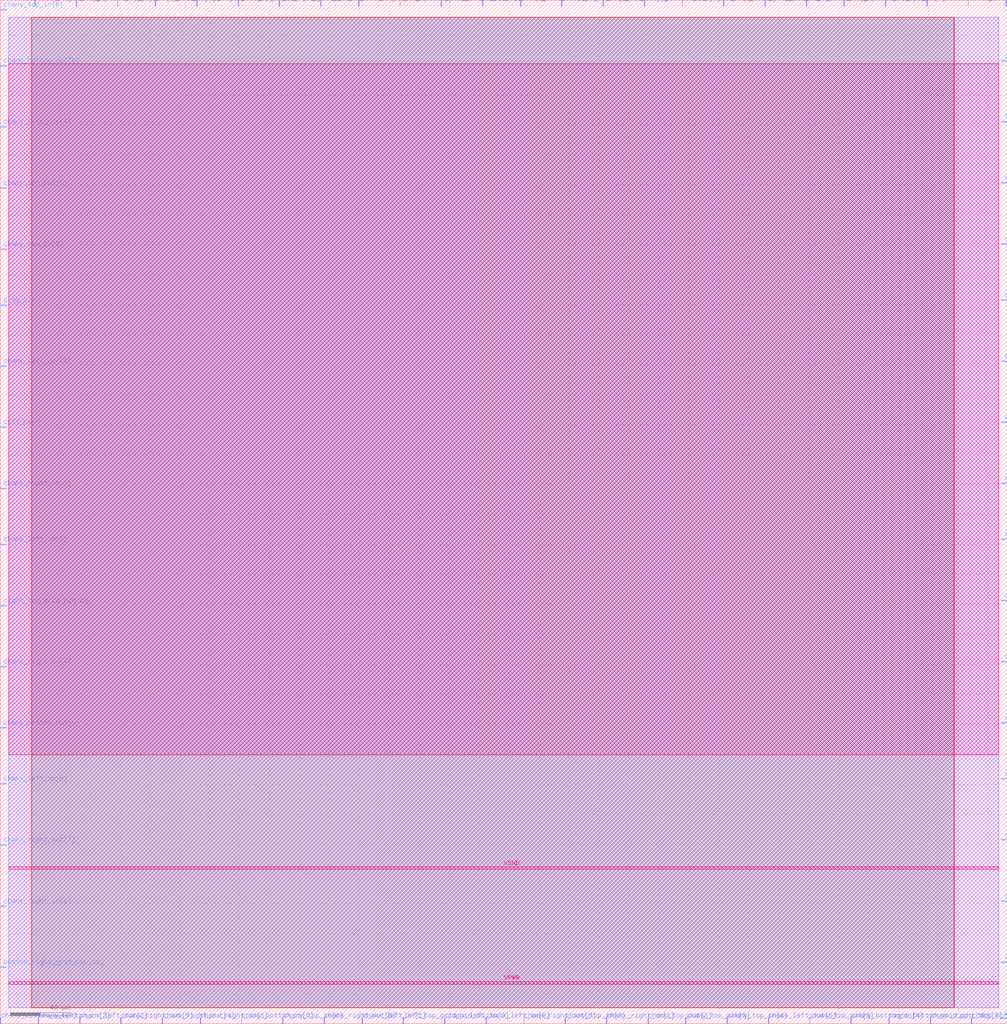
<source format=lef>
VERSION 5.7 ;
  NOWIREEXTENSIONATPIN ON ;
  DIVIDERCHAR "/" ;
  BUSBITCHARS "[]" ;
MACRO sb_1__1_
  CLASS BLOCK ;
  FOREIGN sb_1__1_ ;
  ORIGIN 0.000 0.000 ;
  SIZE 672.585 BY 683.305 ;
  PIN bottom_left_grid_pin_13_
    DIRECTION INPUT ;
    PORT
      LAYER met2 ;
        RECT 483.090 679.305 483.370 683.305 ;
    END
  END bottom_left_grid_pin_13_
  PIN bottom_right_grid_pin_11_
    DIRECTION INPUT ;
    PORT
      LAYER met3 ;
        RECT 0.000 37.440 4.000 38.040 ;
    END
  END bottom_right_grid_pin_11_
  PIN ccff_head
    DIRECTION INPUT ;
    PORT
      LAYER met3 ;
        RECT 0.000 397.840 4.000 398.440 ;
    END
  END ccff_head
  PIN ccff_tail
    DIRECTION OUTPUT TRISTATE ;
    PORT
      LAYER met2 ;
        RECT 213.990 679.305 214.270 683.305 ;
    END
  END ccff_tail
  PIN chanx_left_in[0]
    DIRECTION INPUT ;
    PORT
      LAYER met3 ;
        RECT 668.585 360.440 672.585 361.040 ;
    END
  END chanx_left_in[0]
  PIN chanx_left_in[1]
    DIRECTION INPUT ;
    PORT
      LAYER met2 ;
        RECT 241.590 0.000 241.870 4.000 ;
    END
  END chanx_left_in[1]
  PIN chanx_left_in[2]
    DIRECTION INPUT ;
    PORT
      LAYER met2 ;
        RECT 296.790 0.000 297.070 4.000 ;
    END
  END chanx_left_in[2]
  PIN chanx_left_in[3]
    DIRECTION INPUT ;
    PORT
      LAYER met3 ;
        RECT 668.585 442.040 672.585 442.640 ;
    END
  END chanx_left_in[3]
  PIN chanx_left_in[4]
    DIRECTION INPUT ;
    PORT
      LAYER met2 ;
        RECT 510.690 679.305 510.970 683.305 ;
    END
  END chanx_left_in[4]
  PIN chanx_left_in[5]
    DIRECTION INPUT ;
    PORT
      LAYER met3 ;
        RECT 0.000 319.640 4.000 320.240 ;
    END
  END chanx_left_in[5]
  PIN chanx_left_in[6]
    DIRECTION INPUT ;
    PORT
      LAYER met3 ;
        RECT 0.000 159.840 4.000 160.440 ;
    END
  END chanx_left_in[6]
  PIN chanx_left_in[7]
    DIRECTION INPUT ;
    PORT
      LAYER met2 ;
        RECT 646.390 679.305 646.670 683.305 ;
    END
  END chanx_left_in[7]
  PIN chanx_left_in[8]
    DIRECTION INPUT ;
    PORT
      LAYER met2 ;
        RECT 324.390 0.000 324.670 4.000 ;
    END
  END chanx_left_in[8]
  PIN chanx_left_out[0]
    DIRECTION OUTPUT TRISTATE ;
    PORT
      LAYER met2 ;
        RECT 347.390 679.305 347.670 683.305 ;
    END
  END chanx_left_out[0]
  PIN chanx_left_out[1]
    DIRECTION OUTPUT TRISTATE ;
    PORT
      LAYER met3 ;
        RECT 668.585 323.040 672.585 323.640 ;
    END
  END chanx_left_out[1]
  PIN chanx_left_out[2]
    DIRECTION OUTPUT TRISTATE ;
    PORT
      LAYER met2 ;
        RECT 52.990 0.000 53.270 4.000 ;
    END
  END chanx_left_out[2]
  PIN chanx_left_out[3]
    DIRECTION OUTPUT TRISTATE ;
    PORT
      LAYER met3 ;
        RECT 0.000 438.640 4.000 439.240 ;
    END
  END chanx_left_out[3]
  PIN chanx_left_out[4]
    DIRECTION OUTPUT TRISTATE ;
    PORT
      LAYER met2 ;
        RECT 538.290 679.305 538.570 683.305 ;
    END
  END chanx_left_out[4]
  PIN chanx_left_out[5]
    DIRECTION OUTPUT TRISTATE ;
    PORT
      LAYER met2 ;
        RECT 512.990 0.000 513.270 4.000 ;
    END
  END chanx_left_out[5]
  PIN chanx_left_out[6]
    DIRECTION OUTPUT TRISTATE ;
    PORT
      LAYER met3 ;
        RECT 668.585 3.440 672.585 4.040 ;
    END
  END chanx_left_out[6]
  PIN chanx_left_out[7]
    DIRECTION OUTPUT TRISTATE ;
    PORT
      LAYER met3 ;
        RECT 0.000 598.440 4.000 599.040 ;
    END
  END chanx_left_out[7]
  PIN chanx_left_out[8]
    DIRECTION OUTPUT TRISTATE ;
    PORT
      LAYER met3 ;
        RECT 668.585 561.040 672.585 561.640 ;
    END
  END chanx_left_out[8]
  PIN chanx_right_in[0]
    DIRECTION INPUT ;
    PORT
      LAYER met2 ;
        RECT 374.990 679.305 375.270 683.305 ;
    END
  END chanx_right_in[0]
  PIN chanx_right_in[1]
    DIRECTION INPUT ;
    PORT
      LAYER met2 ;
        RECT 404.890 0.000 405.170 4.000 ;
    END
  END chanx_right_in[1]
  PIN chanx_right_in[2]
    DIRECTION INPUT ;
    PORT
      LAYER met3 ;
        RECT 0.000 357.040 4.000 357.640 ;
    END
  END chanx_right_in[2]
  PIN chanx_right_in[3]
    DIRECTION INPUT ;
    PORT
      LAYER met2 ;
        RECT 133.490 0.000 133.770 4.000 ;
    END
  END chanx_right_in[3]
  PIN chanx_right_in[4]
    DIRECTION INPUT ;
    PORT
      LAYER met3 ;
        RECT 668.585 482.840 672.585 483.440 ;
    END
  END chanx_right_in[4]
  PIN chanx_right_in[5]
    DIRECTION INPUT ;
    PORT
      LAYER met2 ;
        RECT 158.790 679.305 159.070 683.305 ;
    END
  END chanx_right_in[5]
  PIN chanx_right_in[6]
    DIRECTION INPUT ;
    PORT
      LAYER met3 ;
        RECT 0.000 78.240 4.000 78.840 ;
    END
  END chanx_right_in[6]
  PIN chanx_right_in[7]
    DIRECTION INPUT ;
    PORT
      LAYER met3 ;
        RECT 0.000 238.040 4.000 238.640 ;
    END
  END chanx_right_in[7]
  PIN chanx_right_in[8]
    DIRECTION INPUT ;
    PORT
      LAYER met2 ;
        RECT 239.290 679.305 239.570 683.305 ;
    END
  END chanx_right_in[8]
  PIN chanx_right_out[0]
    DIRECTION OUTPUT TRISTATE ;
    PORT
      LAYER met2 ;
        RECT 621.090 0.000 621.370 4.000 ;
    END
  END chanx_right_out[0]
  PIN chanx_right_out[1]
    DIRECTION OUTPUT TRISTATE ;
    PORT
      LAYER met2 ;
        RECT 23.090 679.305 23.370 683.305 ;
    END
  END chanx_right_out[1]
  PIN chanx_right_out[2]
    DIRECTION OUTPUT TRISTATE ;
    PORT
      LAYER met3 ;
        RECT 668.585 40.840 672.585 41.440 ;
    END
  END chanx_right_out[2]
  PIN chanx_right_out[3]
    DIRECTION OUTPUT TRISTATE ;
    PORT
      LAYER met2 ;
        RECT 131.190 679.305 131.470 683.305 ;
    END
  END chanx_right_out[3]
  PIN chanx_right_out[4]
    DIRECTION OUTPUT TRISTATE ;
    PORT
      LAYER met2 ;
        RECT 108.190 0.000 108.470 4.000 ;
    END
  END chanx_right_out[4]
  PIN chanx_right_out[5]
    DIRECTION OUTPUT TRISTATE ;
    PORT
      LAYER met2 ;
        RECT 80.590 0.000 80.870 4.000 ;
    END
  END chanx_right_out[5]
  PIN chanx_right_out[6]
    DIRECTION OUTPUT TRISTATE ;
    PORT
      LAYER met2 ;
        RECT 349.690 0.000 349.970 4.000 ;
    END
  END chanx_right_out[6]
  PIN chanx_right_out[7]
    DIRECTION OUTPUT TRISTATE ;
    PORT
      LAYER met3 ;
        RECT 0.000 119.040 4.000 119.640 ;
    END
  END chanx_right_out[7]
  PIN chanx_right_out[8]
    DIRECTION OUTPUT TRISTATE ;
    PORT
      LAYER met2 ;
        RECT 216.290 0.000 216.570 4.000 ;
    END
  END chanx_right_out[8]
  PIN chany_bottom_in[0]
    DIRECTION INPUT ;
    PORT
      LAYER met2 ;
        RECT 161.090 0.000 161.370 4.000 ;
    END
  END chany_bottom_in[0]
  PIN chany_bottom_in[1]
    DIRECTION INPUT ;
    PORT
      LAYER met2 ;
        RECT 563.590 679.305 563.870 683.305 ;
    END
  END chany_bottom_in[1]
  PIN chany_bottom_in[2]
    DIRECTION INPUT ;
    PORT
      LAYER met2 ;
        RECT 25.390 0.000 25.670 4.000 ;
    END
  END chany_bottom_in[2]
  PIN chany_bottom_in[3]
    DIRECTION INPUT ;
    PORT
      LAYER met3 ;
        RECT 668.585 282.240 672.585 282.840 ;
    END
  END chany_bottom_in[3]
  PIN chany_bottom_in[4]
    DIRECTION INPUT ;
    PORT
      LAYER met2 ;
        RECT 568.190 0.000 568.470 4.000 ;
    END
  END chany_bottom_in[4]
  PIN chany_bottom_in[5]
    DIRECTION INPUT ;
    PORT
      LAYER met2 ;
        RECT 455.490 679.305 455.770 683.305 ;
    END
  END chany_bottom_in[5]
  PIN chany_bottom_in[6]
    DIRECTION INPUT ;
    PORT
      LAYER met3 ;
        RECT 668.585 520.240 672.585 520.840 ;
    END
  END chany_bottom_in[6]
  PIN chany_bottom_in[7]
    DIRECTION INPUT ;
    PORT
      LAYER met3 ;
        RECT 668.585 241.440 672.585 242.040 ;
    END
  END chany_bottom_in[7]
  PIN chany_bottom_in[8]
    DIRECTION INPUT ;
    PORT
      LAYER met2 ;
        RECT 648.690 0.000 648.970 4.000 ;
    END
  END chany_bottom_in[8]
  PIN chany_bottom_out[0]
    DIRECTION OUTPUT TRISTATE ;
    PORT
      LAYER met3 ;
        RECT 0.000 197.240 4.000 197.840 ;
    END
  END chany_bottom_out[0]
  PIN chany_bottom_out[1]
    DIRECTION OUTPUT TRISTATE ;
    PORT
      LAYER met2 ;
        RECT 294.490 679.305 294.770 683.305 ;
    END
  END chany_bottom_out[1]
  PIN chany_bottom_out[2]
    DIRECTION OUTPUT TRISTATE ;
    PORT
      LAYER met3 ;
        RECT 668.585 200.640 672.585 201.240 ;
    END
  END chany_bottom_out[2]
  PIN chany_bottom_out[3]
    DIRECTION OUTPUT TRISTATE ;
    PORT
      LAYER met3 ;
        RECT 668.585 163.240 672.585 163.840 ;
    END
  END chany_bottom_out[3]
  PIN chany_bottom_out[4]
    DIRECTION OUTPUT TRISTATE ;
    PORT
      LAYER met2 ;
        RECT 430.190 679.305 430.470 683.305 ;
    END
  END chany_bottom_out[4]
  PIN chany_bottom_out[5]
    DIRECTION OUTPUT TRISTATE ;
    PORT
      LAYER met3 ;
        RECT 668.585 642.640 672.585 643.240 ;
    END
  END chany_bottom_out[5]
  PIN chany_bottom_out[6]
    DIRECTION OUTPUT TRISTATE ;
    PORT
      LAYER met3 ;
        RECT 0.000 639.240 4.000 639.840 ;
    END
  END chany_bottom_out[6]
  PIN chany_bottom_out[7]
    DIRECTION OUTPUT TRISTATE ;
    PORT
      LAYER met2 ;
        RECT 0.090 0.000 0.370 4.000 ;
    END
  END chany_bottom_out[7]
  PIN chany_bottom_out[8]
    DIRECTION OUTPUT TRISTATE ;
    PORT
      LAYER met2 ;
        RECT 50.690 679.305 50.970 683.305 ;
    END
  END chany_bottom_out[8]
  PIN chany_top_in[0]
    DIRECTION INPUT ;
    PORT
      LAYER met2 ;
        RECT 188.690 0.000 188.970 4.000 ;
    END
  END chany_top_in[0]
  PIN chany_top_in[1]
    DIRECTION INPUT ;
    PORT
      LAYER met2 ;
        RECT 103.590 679.305 103.870 683.305 ;
    END
  END chany_top_in[1]
  PIN chany_top_in[2]
    DIRECTION INPUT ;
    PORT
      LAYER met2 ;
        RECT 78.290 679.305 78.570 683.305 ;
    END
  END chany_top_in[2]
  PIN chany_top_in[3]
    DIRECTION INPUT ;
    PORT
      LAYER met2 ;
        RECT 377.290 0.000 377.570 4.000 ;
    END
  END chany_top_in[3]
  PIN chany_top_in[4]
    DIRECTION INPUT ;
    PORT
      LAYER met2 ;
        RECT 485.390 0.000 485.670 4.000 ;
    END
  END chany_top_in[4]
  PIN chany_top_in[5]
    DIRECTION INPUT ;
    PORT
      LAYER met2 ;
        RECT 591.190 679.305 591.470 683.305 ;
    END
  END chany_top_in[5]
  PIN chany_top_in[6]
    DIRECTION INPUT ;
    PORT
      LAYER met3 ;
        RECT 0.000 516.840 4.000 517.440 ;
    END
  END chany_top_in[6]
  PIN chany_top_in[7]
    DIRECTION INPUT ;
    PORT
      LAYER met3 ;
        RECT 668.585 81.640 672.585 82.240 ;
    END
  END chany_top_in[7]
  PIN chany_top_in[8]
    DIRECTION INPUT ;
    PORT
      LAYER met3 ;
        RECT 0.000 676.640 4.000 677.240 ;
    END
  END chany_top_in[8]
  PIN chany_top_out[0]
    DIRECTION OUTPUT TRISTATE ;
    PORT
      LAYER met2 ;
        RECT 402.590 679.305 402.870 683.305 ;
    END
  END chany_top_out[0]
  PIN chany_top_out[1]
    DIRECTION OUTPUT TRISTATE ;
    PORT
      LAYER met3 ;
        RECT 668.585 122.440 672.585 123.040 ;
    END
  END chany_top_out[1]
  PIN chany_top_out[2]
    DIRECTION OUTPUT TRISTATE ;
    PORT
      LAYER met3 ;
        RECT 0.000 557.640 4.000 558.240 ;
    END
  END chany_top_out[2]
  PIN chany_top_out[3]
    DIRECTION OUTPUT TRISTATE ;
    PORT
      LAYER met2 ;
        RECT 432.490 0.000 432.770 4.000 ;
    END
  END chany_top_out[3]
  PIN chany_top_out[4]
    DIRECTION OUTPUT TRISTATE ;
    PORT
      LAYER met2 ;
        RECT 322.090 679.305 322.370 683.305 ;
    END
  END chany_top_out[4]
  PIN chany_top_out[5]
    DIRECTION OUTPUT TRISTATE ;
    PORT
      LAYER met2 ;
        RECT 540.590 0.000 540.870 4.000 ;
    END
  END chany_top_out[5]
  PIN chany_top_out[6]
    DIRECTION OUTPUT TRISTATE ;
    PORT
      LAYER met2 ;
        RECT 457.790 0.000 458.070 4.000 ;
    END
  END chany_top_out[6]
  PIN chany_top_out[7]
    DIRECTION OUTPUT TRISTATE ;
    PORT
      LAYER met2 ;
        RECT 671.690 679.305 671.970 683.305 ;
    END
  END chany_top_out[7]
  PIN chany_top_out[8]
    DIRECTION OUTPUT TRISTATE ;
    PORT
      LAYER met3 ;
        RECT 668.585 401.240 672.585 401.840 ;
    END
  END chany_top_out[8]
  PIN left_bottom_grid_pin_12_
    DIRECTION INPUT ;
    PORT
      LAYER met2 ;
        RECT 266.890 679.305 267.170 683.305 ;
    END
  END left_bottom_grid_pin_12_
  PIN left_top_grid_pin_10_
    DIRECTION INPUT ;
    PORT
      LAYER met2 ;
        RECT 269.190 0.000 269.470 4.000 ;
    END
  END left_top_grid_pin_10_
  PIN pReset
    DIRECTION INPUT ;
    PORT
      LAYER met2 ;
        RECT 618.790 679.305 619.070 683.305 ;
    END
  END pReset
  PIN prog_clk
    DIRECTION INPUT ;
    PORT
      LAYER met3 ;
        RECT 0.000 479.440 4.000 480.040 ;
    END
  END prog_clk
  PIN right_bottom_grid_pin_12_
    DIRECTION INPUT ;
    PORT
      LAYER met2 ;
        RECT 593.490 0.000 593.770 4.000 ;
    END
  END right_bottom_grid_pin_12_
  PIN right_top_grid_pin_10_
    DIRECTION INPUT ;
    PORT
      LAYER met3 ;
        RECT 0.000 278.840 4.000 279.440 ;
    END
  END right_top_grid_pin_10_
  PIN top_left_grid_pin_13_
    DIRECTION INPUT ;
    PORT
      LAYER met2 ;
        RECT 186.390 679.305 186.670 683.305 ;
    END
  END top_left_grid_pin_13_
  PIN top_right_grid_pin_11_
    DIRECTION INPUT ;
    PORT
      LAYER met3 ;
        RECT 668.585 601.840 672.585 602.440 ;
    END
  END top_right_grid_pin_11_
  PIN VPWR
    DIRECTION INPUT ;
    USE POWER ;
    PORT
      LAYER met5 ;
        RECT 5.520 26.490 667.000 28.090 ;
    END
  END VPWR
  PIN VGND
    DIRECTION INPUT ;
    USE GROUND ;
    PORT
      LAYER met5 ;
        RECT 5.520 103.080 667.000 104.680 ;
    END
  END VGND
  OBS
      LAYER li1 ;
        RECT 5.520 10.795 667.000 671.925 ;
      LAYER met1 ;
        RECT 5.520 10.640 667.000 672.080 ;
      LAYER met2 ;
        RECT 21.100 10.640 636.980 672.080 ;
      LAYER met3 ;
        RECT 21.040 10.715 637.040 672.005 ;
      LAYER met4 ;
        RECT 21.040 10.640 637.040 672.080 ;
      LAYER met5 ;
        RECT 5.520 179.670 667.000 640.810 ;
  END
END sb_1__1_
END LIBRARY


</source>
